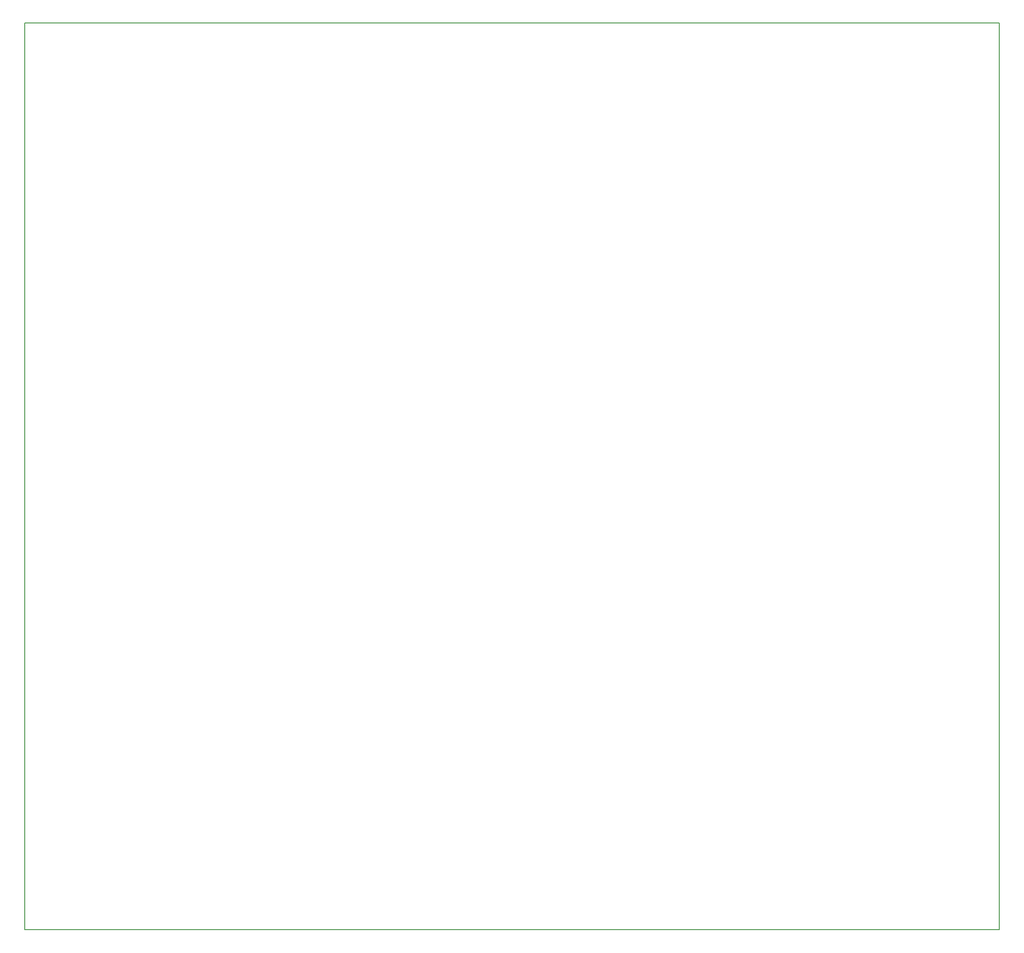
<source format=gko>
G04 #@! TF.GenerationSoftware,KiCad,Pcbnew,(6.0.9)*
G04 #@! TF.CreationDate,2022-12-17T22:45:46+03:00*
G04 #@! TF.ProjectId,alphax_8ch,616c7068-6178-45f3-9863-682e6b696361,a*
G04 #@! TF.SameCoordinates,PX141f5e0PYa2cace0*
G04 #@! TF.FileFunction,Profile,NP*
%FSLAX46Y46*%
G04 Gerber Fmt 4.6, Leading zero omitted, Abs format (unit mm)*
G04 Created by KiCad (PCBNEW (6.0.9)) date 2022-12-17 22:45:46*
%MOMM*%
%LPD*%
G01*
G04 APERTURE LIST*
G04 #@! TA.AperFunction,Profile*
%ADD10C,0.200000*%
G04 #@! TD*
G04 APERTURE END LIST*
D10*
X0Y0D02*
X186800000Y0D01*
X186800000Y0D02*
X186800000Y173980000D01*
X186800000Y173980000D02*
X0Y173980000D01*
X0Y173980000D02*
X0Y0D01*
M02*

</source>
